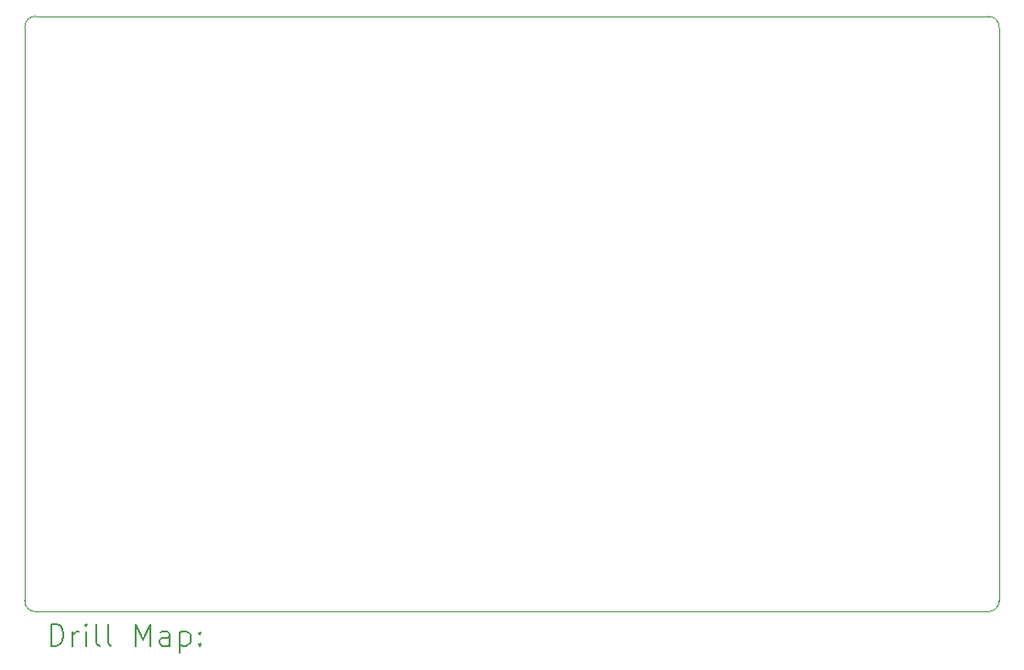
<source format=gbr>
%TF.GenerationSoftware,KiCad,Pcbnew,7.0.2*%
%TF.CreationDate,2023-06-22T14:29:23-03:00*%
%TF.ProjectId,Belliz_IOT,42656c6c-697a-45f4-994f-542e6b696361,rev?*%
%TF.SameCoordinates,Original*%
%TF.FileFunction,Drillmap*%
%TF.FilePolarity,Positive*%
%FSLAX45Y45*%
G04 Gerber Fmt 4.5, Leading zero omitted, Abs format (unit mm)*
G04 Created by KiCad (PCBNEW 7.0.2) date 2023-06-22 14:29:23*
%MOMM*%
%LPD*%
G01*
G04 APERTURE LIST*
%ADD10C,0.050000*%
%ADD11C,0.200000*%
G04 APERTURE END LIST*
D10*
X14000000Y-5100000D02*
G75*
G03*
X13900000Y-5000000I-100000J0D01*
G01*
X13900000Y-10500000D02*
G75*
G03*
X14000000Y-10400000I0J100000D01*
G01*
X5000000Y-10400000D02*
G75*
G03*
X5100000Y-10500000I100000J0D01*
G01*
X5100000Y-5000000D02*
G75*
G03*
X5000000Y-5100000I0J-100000D01*
G01*
X5000000Y-10400000D02*
X5000000Y-5100000D01*
X13900000Y-10500000D02*
X5100000Y-10500000D01*
X14000000Y-5100000D02*
X14000000Y-10400000D01*
X5100000Y-5000000D02*
X13900000Y-5000000D01*
D11*
X5245119Y-10815024D02*
X5245119Y-10615024D01*
X5245119Y-10615024D02*
X5292738Y-10615024D01*
X5292738Y-10615024D02*
X5321310Y-10624548D01*
X5321310Y-10624548D02*
X5340357Y-10643595D01*
X5340357Y-10643595D02*
X5349881Y-10662643D01*
X5349881Y-10662643D02*
X5359405Y-10700738D01*
X5359405Y-10700738D02*
X5359405Y-10729310D01*
X5359405Y-10729310D02*
X5349881Y-10767405D01*
X5349881Y-10767405D02*
X5340357Y-10786452D01*
X5340357Y-10786452D02*
X5321310Y-10805500D01*
X5321310Y-10805500D02*
X5292738Y-10815024D01*
X5292738Y-10815024D02*
X5245119Y-10815024D01*
X5445119Y-10815024D02*
X5445119Y-10681690D01*
X5445119Y-10719786D02*
X5454643Y-10700738D01*
X5454643Y-10700738D02*
X5464167Y-10691214D01*
X5464167Y-10691214D02*
X5483214Y-10681690D01*
X5483214Y-10681690D02*
X5502262Y-10681690D01*
X5568929Y-10815024D02*
X5568929Y-10681690D01*
X5568929Y-10615024D02*
X5559405Y-10624548D01*
X5559405Y-10624548D02*
X5568929Y-10634071D01*
X5568929Y-10634071D02*
X5578452Y-10624548D01*
X5578452Y-10624548D02*
X5568929Y-10615024D01*
X5568929Y-10615024D02*
X5568929Y-10634071D01*
X5692738Y-10815024D02*
X5673690Y-10805500D01*
X5673690Y-10805500D02*
X5664167Y-10786452D01*
X5664167Y-10786452D02*
X5664167Y-10615024D01*
X5797500Y-10815024D02*
X5778452Y-10805500D01*
X5778452Y-10805500D02*
X5768928Y-10786452D01*
X5768928Y-10786452D02*
X5768928Y-10615024D01*
X6026071Y-10815024D02*
X6026071Y-10615024D01*
X6026071Y-10615024D02*
X6092738Y-10757881D01*
X6092738Y-10757881D02*
X6159405Y-10615024D01*
X6159405Y-10615024D02*
X6159405Y-10815024D01*
X6340357Y-10815024D02*
X6340357Y-10710262D01*
X6340357Y-10710262D02*
X6330833Y-10691214D01*
X6330833Y-10691214D02*
X6311786Y-10681690D01*
X6311786Y-10681690D02*
X6273690Y-10681690D01*
X6273690Y-10681690D02*
X6254643Y-10691214D01*
X6340357Y-10805500D02*
X6321309Y-10815024D01*
X6321309Y-10815024D02*
X6273690Y-10815024D01*
X6273690Y-10815024D02*
X6254643Y-10805500D01*
X6254643Y-10805500D02*
X6245119Y-10786452D01*
X6245119Y-10786452D02*
X6245119Y-10767405D01*
X6245119Y-10767405D02*
X6254643Y-10748357D01*
X6254643Y-10748357D02*
X6273690Y-10738833D01*
X6273690Y-10738833D02*
X6321309Y-10738833D01*
X6321309Y-10738833D02*
X6340357Y-10729310D01*
X6435595Y-10681690D02*
X6435595Y-10881690D01*
X6435595Y-10691214D02*
X6454643Y-10681690D01*
X6454643Y-10681690D02*
X6492738Y-10681690D01*
X6492738Y-10681690D02*
X6511786Y-10691214D01*
X6511786Y-10691214D02*
X6521309Y-10700738D01*
X6521309Y-10700738D02*
X6530833Y-10719786D01*
X6530833Y-10719786D02*
X6530833Y-10776929D01*
X6530833Y-10776929D02*
X6521309Y-10795976D01*
X6521309Y-10795976D02*
X6511786Y-10805500D01*
X6511786Y-10805500D02*
X6492738Y-10815024D01*
X6492738Y-10815024D02*
X6454643Y-10815024D01*
X6454643Y-10815024D02*
X6435595Y-10805500D01*
X6616548Y-10795976D02*
X6626071Y-10805500D01*
X6626071Y-10805500D02*
X6616548Y-10815024D01*
X6616548Y-10815024D02*
X6607024Y-10805500D01*
X6607024Y-10805500D02*
X6616548Y-10795976D01*
X6616548Y-10795976D02*
X6616548Y-10815024D01*
X6616548Y-10691214D02*
X6626071Y-10700738D01*
X6626071Y-10700738D02*
X6616548Y-10710262D01*
X6616548Y-10710262D02*
X6607024Y-10700738D01*
X6607024Y-10700738D02*
X6616548Y-10691214D01*
X6616548Y-10691214D02*
X6616548Y-10710262D01*
M02*

</source>
